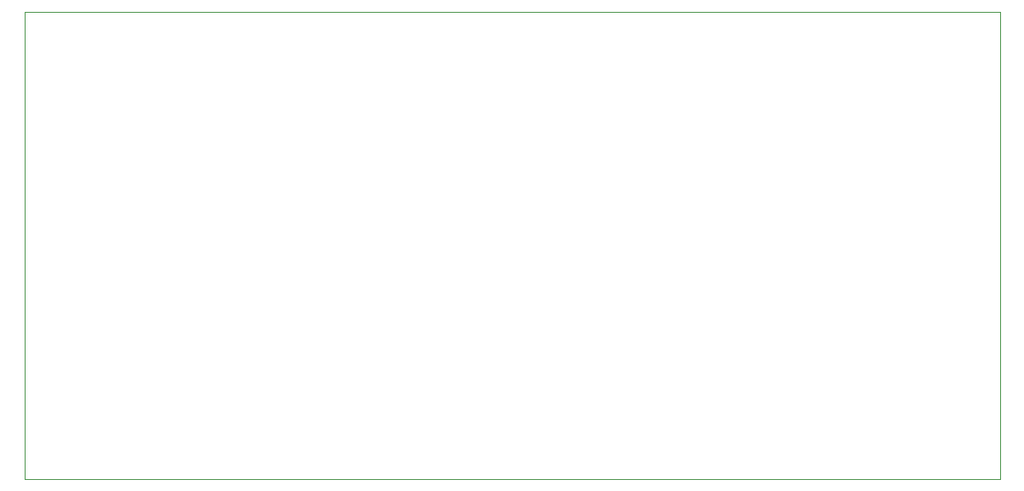
<source format=gbr>
%TF.GenerationSoftware,KiCad,Pcbnew,8.0.8*%
%TF.CreationDate,2025-02-26T21:24:02-07:00*%
%TF.ProjectId,Metal Detector,4d657461-6c20-4446-9574-6563746f722e,rev?*%
%TF.SameCoordinates,Original*%
%TF.FileFunction,Profile,NP*%
%FSLAX46Y46*%
G04 Gerber Fmt 4.6, Leading zero omitted, Abs format (unit mm)*
G04 Created by KiCad (PCBNEW 8.0.8) date 2025-02-26 21:24:02*
%MOMM*%
%LPD*%
G01*
G04 APERTURE LIST*
%TA.AperFunction,Profile*%
%ADD10C,0.050000*%
%TD*%
G04 APERTURE END LIST*
D10*
X50500000Y-19000000D02*
X147500000Y-19000000D01*
X147500000Y-65500000D01*
X50500000Y-65500000D01*
X50500000Y-19000000D01*
M02*

</source>
